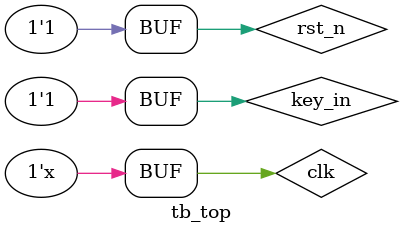
<source format=v>
`timescale   1ns/1ps

module tb_top ();

	reg key_in;
	reg clk;
	reg rst_n;
	wire [1:0]led;

	top inst_top (
		.clk(clk), 
		.key_in(key_in), 
		.rst_n(rst_n), 
		.led(led));


		initial
		begin
			clk = 1;
			rst_n = 0;
			key_in = 1;
			#200
			rst_n = 1;
			#20
			key_in = 0;		//按键按下第一次
			#120
			key_in = 1;		//按键第一次抬起
			#60
			key_in = 1;
			#120
			
			key_in = 0;
			#40
			key_in = 0;		//第二次按下
			#140
			key_in = 1;
//			#160
//			
//			#200000
//			$stop;
		end
		
	always #10 clk = ~clk;


endmodule
</source>
